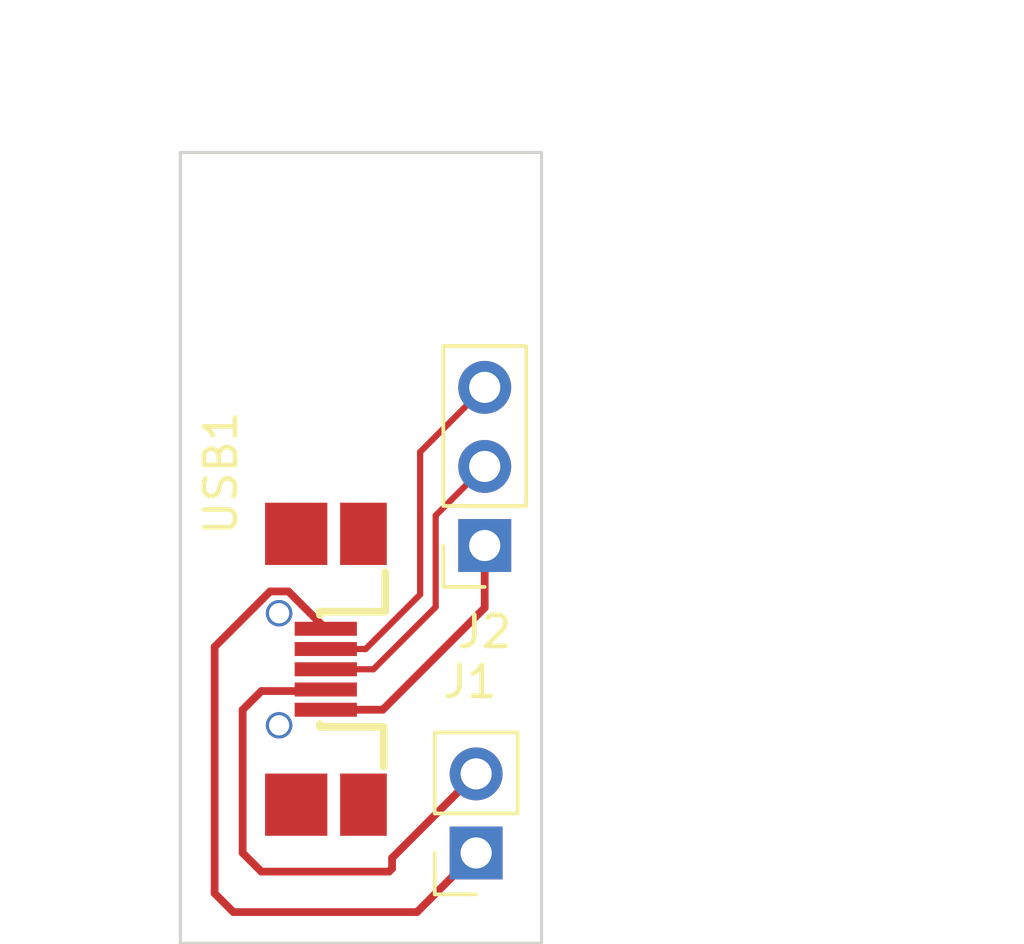
<source format=kicad_pcb>
(kicad_pcb (version 20211014) (generator pcbnew)
  (layers (0 "F.Cu" signal) (31 "B.Cu" signal) (34 "B.Paste" user) (35 "F.Paste" user) (36 "B.SilkS" user "B.Silkscreen") (37 "F.SilkS" user "F.Silkscreen") (38 "B.Mask" user) (39 "F.Mask" user) (44 "Edge.Cuts" user))
  (net 0 "")
  (net 1 "GND")
  (net 6 "/D-")
  (net 7 "/D+")
  (net 8 "/VCC")
  (net 9 "/ID")
  (footprint "Connector_PinSocket_2.54mm:PinSocket_1x02_P2.54mm_Vertical" (layer "F.Cu") (at 139.7 118.4 180)
    (fp_text reference "J1" (at 0.2 5.5) (layer "F.SilkS"))
    (fp_text value "Conn_01x02")
    (fp_line (start -1.33 3.87) (end 1.33 3.87) (layer "F.SilkS") (width 0.12))
    (fp_line (start 1.33 1.27) (end 1.33 3.87) (layer "F.SilkS") (width 0.12))
    (fp_line (start -1.33 1.27) (end 1.33 1.27) (layer "F.SilkS") (width 0.12))
    (fp_line (start -1.33 1.27) (end -1.33 3.87) (layer "F.SilkS") (width 0.12))
    (fp_line (start 0 -1.33) (end 1.33 -1.33) (layer "F.SilkS") (width 0.12))
    (fp_line (start 1.33 -1.33) (end 1.33 0) (layer "F.SilkS") (width 0.12))
    (pad "1" thru_hole rect (at 0 0 180) (size 1.7 1.7) (drill 1) (layers *.Cu *.Mask) (net 8 "/VCC"))
    (pad "2" thru_hole oval (at 0 2.54 180) (size 1.7 1.7) (drill 1) (layers *.Cu *.Mask) (net 9 "/ID"))
  )
  (footprint "cacophony-library:MICRO-USB-SMD_FUS420-MSBK6M" (layer "F.Cu") (at 135 112.5 -90)
    (fp_text reference "USB1" (at -6.3 3.5 90) (layer "F.SilkS"))
    (fp_text value "FUS420-MSBK6M")
    (fp_line (start 1.85 0.32) (end 1.76 0.32) (layer "F.SilkS") (width 0.25))
    (fp_line (start 1.85 -1.38) (end 1.85 0.32) (layer "F.SilkS") (width 0.25))
    (fp_line (start 1.85 -1.73) (end 3.12 -1.73) (layer "F.SilkS") (width 0.25))
    (fp_line (start -1.85 -1.78) (end -3.12 -1.78) (layer "F.SilkS") (width 0.25))
    (fp_line (start -1.85 0.32) (end -1.85 -1.78) (layer "F.SilkS") (width 0.25))
    (fp_line (start -1.75 0.32) (end -1.85 0.32) (layer "F.SilkS") (width 0.25))
    (fp_line (start 1.85 -1.38) (end 1.85 -1.73) (layer "F.SilkS") (width 0.25))
    (pad "" np_thru_hole circle (at -1.8 1.63 270) (size 0.85 0.85) (drill 0.65) (layers F&B.Cu *.Mask))
    (pad "" np_thru_hole circle (at 1.8 1.63 270) (size 0.85 0.85) (drill 0.65) (layers F&B.Cu *.Mask))
    (pad "1" smd rect (at -1.3 0.13 270) (size 0.45 2) (layers "F.Cu" "F.Paste" "F.Mask") (net 8 "/VCC"))
    (pad "2" smd rect (at -0.65 0.13 270) (size 0.45 2) (layers "F.Cu" "F.Paste" "F.Mask") (net 6 "/D-"))
    (pad "3" smd rect (at 0 0.13 270) (size 0.45 2) (layers "F.Cu" "F.Paste" "F.Mask") (net 7 "/D+"))
    (pad "4" smd rect (at 0.65 0.13 270) (size 0.45 2) (layers "F.Cu" "F.Paste" "F.Mask") (net 9 "/ID"))
    (pad "5" smd rect (at 1.3 0.13 270) (size 0.45 2) (layers "F.Cu" "F.Paste" "F.Mask") (net 1 "GND"))
    (pad "8" smd rect (at -4.35 -1.08 270) (size 2 1.5) (layers "F.Cu" "F.Paste" "F.Mask"))
    (pad "9" smd rect (at 4.35 -1.08 270) (size 2 1.5) (layers "F.Cu" "F.Paste" "F.Mask"))
    (pad "12" smd rect (at -4.35 1.08 270) (size 2 2) (layers "F.Cu" "F.Paste" "F.Mask"))
    (pad "13" smd rect (at 4.35 1.08 270) (size 2 2) (layers "F.Cu" "F.Paste" "F.Mask"))
  )
  (footprint "Connector_PinSocket_2.54mm:PinSocket_1x03_P2.54mm_Vertical" (layer "F.Cu") (at 139.975 108.525 180)
    (fp_text reference "J2" (at 0 -2.77) (layer "F.SilkS"))
    (fp_text value "Conn_01x03")
    (fp_line (start -1.33 1.27) (end -1.33 6.41) (layer "F.SilkS") (width 0.12))
    (fp_line (start 1.33 1.27) (end 1.33 6.41) (layer "F.SilkS") (width 0.12))
    (fp_line (start 0 -1.33) (end 1.33 -1.33) (layer "F.SilkS") (width 0.12))
    (fp_line (start -1.33 1.27) (end 1.33 1.27) (layer "F.SilkS") (width 0.12))
    (fp_line (start 1.33 -1.33) (end 1.33 0) (layer "F.SilkS") (width 0.12))
    (fp_line (start -1.33 6.41) (end 1.33 6.41) (layer "F.SilkS") (width 0.12))
    (pad "1" thru_hole rect (at 0 0 180) (size 1.7 1.7) (drill 1) (layers *.Cu *.Mask) (net 1 "GND"))
    (pad "2" thru_hole oval (at 0 2.54 180) (size 1.7 1.7) (drill 1) (layers *.Cu *.Mask) (net 7 "/D+"))
    (pad "3" thru_hole oval (at 0 5.08 180) (size 1.7 1.7) (drill 1) (layers *.Cu *.Mask) (net 6 "/D-"))
  )
  (gr_rect (start 130.2 121.3) (end 141.8 95.9) (layer "Edge.Cuts") (width 0.1) (fill none))
  (segment (start 136.7 113.8) (end 139.975 110.525) (width 0.25) (layer "F.Cu") (net 1))
  (segment (start 134.87 113.8) (end 136.7 113.8) (width 0.25) (layer "F.Cu") (net 1))
  (segment (start 139.975 110.525) (end 139.975 108.525) (width 0.25) (layer "F.Cu") (net 1))
  (segment (start 137.9 110.1) (end 137.9 105.52) (width 0.2) (layer "F.Cu") (net 6))
  (segment (start 137.9 105.52) (end 139.975 103.445) (width 0.2) (layer "F.Cu") (net 6))
  (segment (start 134.87 111.85) (end 136.15 111.85) (width 0.2) (layer "F.Cu") (net 6))
  (segment (start 136.15 111.85) (end 137.9 110.1) (width 0.2) (layer "F.Cu") (net 6))
  (segment (start 136.4 112.5) (end 138.4 110.5) (width 0.2) (layer "F.Cu") (net 7))
  (segment (start 134.87 112.5) (end 136.4 112.5) (width 0.2) (layer "F.Cu") (net 7))
  (segment (start 138.4 107.56) (end 139.975 105.985) (width 0.2) (layer "F.Cu") (net 7))
  (segment (start 138.4 110.5) (end 138.4 107.56) (width 0.2) (layer "F.Cu") (net 7))
  (segment (start 133.08005 109.999999) (end 131.3 111.780049) (width 0.25) (layer "F.Cu") (net 8))
  (segment (start 134.87 111.2) (end 133.669999 109.999999) (width 0.25) (layer "F.Cu") (net 8))
  (segment (start 131.3 111.780049) (end 131.3 119.7) (width 0.25) (layer "F.Cu") (net 8))
  (segment (start 133.669999 109.999999) (end 133.08005 109.999999) (width 0.25) (layer "F.Cu") (net 8))
  (segment (start 131.9 120.3) (end 137.8 120.3) (width 0.25) (layer "F.Cu") (net 8))
  (segment (start 137.8 120.3) (end 139.7 118.4) (width 0.25) (layer "F.Cu") (net 8))
  (segment (start 131.3 119.7) (end 131.9 120.3) (width 0.25) (layer "F.Cu") (net 8))
  (segment (start 134.82 113.2) (end 132.8 113.2) (width 0.25) (layer "F.Cu") (net 9))
  (segment (start 137 118.9) (end 137 118.56) (width 0.25) (layer "F.Cu") (net 9))
  (segment (start 132.8 113.2) (end 132.2 113.8) (width 0.25) (layer "F.Cu") (net 9))
  (segment (start 132.2 118.4) (end 132.8 119) (width 0.25) (layer "F.Cu") (net 9))
  (segment (start 137 118.56) (end 139.7 115.86) (width 0.25) (layer "F.Cu") (net 9))
  (segment (start 136.9 119) (end 137 118.9) (width 0.25) (layer "F.Cu") (net 9))
  (segment (start 134.87 113.15) (end 134.82 113.2) (width 0.25) (layer "F.Cu") (net 9))
  (segment (start 132.2 113.8) (end 132.2 118.4) (width 0.25) (layer "F.Cu") (net 9))
  (segment (start 132.8 119) (end 136.9 119) (width 0.25) (layer "F.Cu") (net 9))
)
</source>
